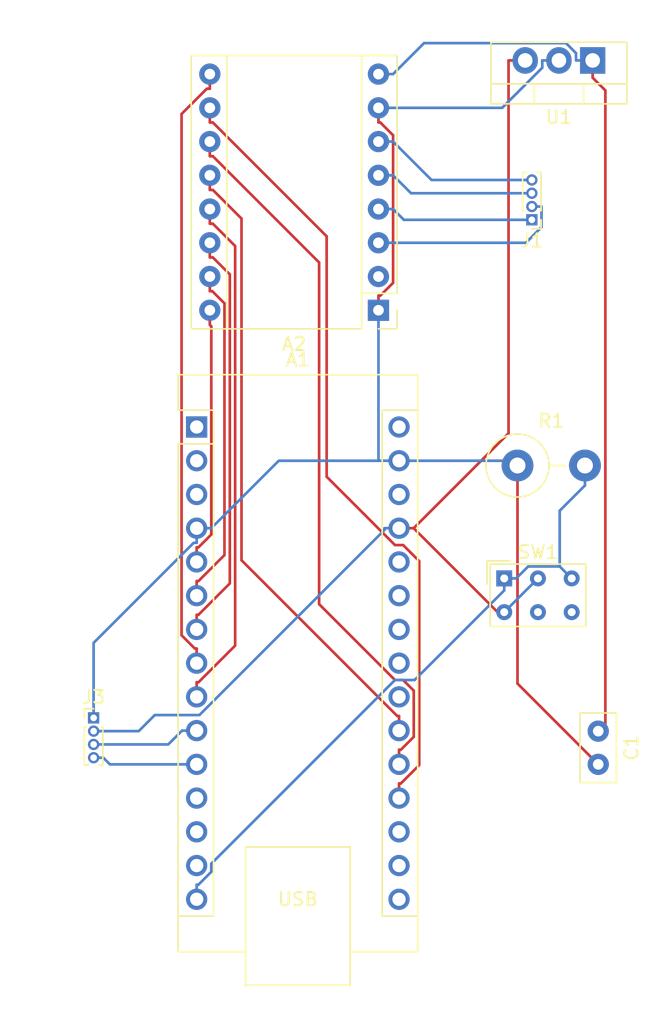
<source format=kicad_pcb>
(kicad_pcb (version 20240108) (generator "pcbnew") (generator_version "8.0")
  (layers (0 "F.Cu" signal) (31 "B.Cu" signal) (34 "B.Paste" user) (35 "F.Paste" user) (36 "B.SilkS" user "B.Silkscreen") (37 "F.SilkS" user "F.Silkscreen") (38 "B.Mask" user) (39 "F.Mask" user) (44 "Edge.Cuts" user))
  (net 0 "")
  (net 3 "M1")
  (net 4 "OUTPUT A")
  (net 5 "M2")
  (net 7 "SDA")
  (net 8 "RUN")
  (net 9 "GND")
  (net 10 "STEP")
  (net 11 "M0")
  (net 12 "OUTPUT B")
  (net 14 "LS HEAD")
  (net 18 "SCL")
  (net 19 "DIR")
  (net 20 "!RST")
  (net 23 "+5V")
  (net 24 "!SLP")
  (net 25 "LS TAIL")
  (net 26 "!EN")
  (net 27 "ENCODER_SWITCH")
  (net 30 "Net-(A2-A1)")
  (net 32 "Net-(A2-B2)")
  (net 33 "Net-(A2-A2)")
  (net 34 "+12V")
  (net 35 "Net-(A2-B1)")
  (footprint "Module:Pololu_Breakout-16_15.2x20.3mm" (layer "F.Cu") (at 152.95 78.31 180)
    (property "Reference" "A2" (at 6.35 -2.54 0) (layer "F.SilkS"))
    (property "Value" "Pololu_Breakout_DRV8825")
    (fp_line (start 14.1 19.18) (end 14.1 -1.4) (stroke (width 0.12)) (layer "F.SilkS"))
    (fp_line (start 14.1 -1.4) (end 1.27 -1.4) (stroke (width 0.12)) (layer "F.SilkS"))
    (fp_line (start 11.43 -1.4) (end 11.43 19.18) (stroke (width 0.12)) (layer "F.SilkS"))
    (fp_line (start 1.27 1.27) (end 1.27 19.18) (stroke (width 0.12)) (layer "F.SilkS"))
    (fp_line (start 1.27 1.27) (end -1.4 1.27) (stroke (width 0.12)) (layer "F.SilkS"))
    (fp_line (start 1.27 -1.4) (end 1.27 1.27) (stroke (width 0.12)) (layer "F.SilkS"))
    (fp_line (start 0 -1.4) (end -1.4 -1.4) (stroke (width 0.12)) (layer "F.SilkS"))
    (fp_line (start -1.4 19.18) (end 14.1 19.18) (stroke (width 0.12)) (layer "F.SilkS"))
    (fp_line (start -1.4 1.27) (end -1.4 19.18) (stroke (width 0.12)) (layer "F.SilkS"))
    (fp_line (start -1.4 -1.4) (end -1.4 0) (stroke (width 0.12)) (layer "F.SilkS"))
    (pad "1" thru_hole rect (at 0 0 180) (size 1.6 1.6) (drill 0.8) (layers "*.Cu" "*.Mask") (net 9 "GND"))
    (pad "2" thru_hole oval (at 0 2.54 180) (size 1.6 1.6) (drill 0.8) (layers "*.Cu" "*.Mask"))
    (pad "3" thru_hole oval (at 0 5.08 180) (size 1.6 1.6) (drill 0.8) (layers "*.Cu" "*.Mask") (net 33 "Net-(A2-A2)"))
    (pad "4" thru_hole oval (at 0 7.62 180) (size 1.6 1.6) (drill 0.8) (layers "*.Cu" "*.Mask") (net 30 "Net-(A2-A1)"))
    (pad "5" thru_hole oval (at 0 10.16 180) (size 1.6 1.6) (drill 0.8) (layers "*.Cu" "*.Mask") (net 35 "Net-(A2-B1)"))
    (pad "6" thru_hole oval (at 0 12.7 180) (size 1.6 1.6) (drill 0.8) (layers "*.Cu" "*.Mask") (net 32 "Net-(A2-B2)"))
    (pad "7" thru_hole oval (at 0 15.24 180) (size 1.6 1.6) (drill 0.8) (layers "*.Cu" "*.Mask") (net 9 "GND"))
    (pad "8" thru_hole oval (at 0 17.78 180) (size 1.6 1.6) (drill 0.8) (layers "*.Cu" "*.Mask") (net 34 "+12V"))
    (pad "9" thru_hole oval (at 12.7 17.78 180) (size 1.6 1.6) (drill 0.8) (layers "*.Cu" "*.Mask") (net 26 "!EN"))
    (pad "10" thru_hole oval (at 12.7 15.24 180) (size 1.6 1.6) (drill 0.8) (layers "*.Cu" "*.Mask") (net 11 "M0"))
    (pad "11" thru_hole oval (at 12.7 12.7 180) (size 1.6 1.6) (drill 0.8) (layers "*.Cu" "*.Mask") (net 3 "M1"))
    (pad "12" thru_hole oval (at 12.7 10.16 180) (size 1.6 1.6) (drill 0.8) (layers "*.Cu" "*.Mask") (net 5 "M2"))
    (pad "13" thru_hole oval (at 12.7 7.62 180) (size 1.6 1.6) (drill 0.8) (layers "*.Cu" "*.Mask") (net 20 "!RST"))
    (pad "14" thru_hole oval (at 12.7 5.08 180) (size 1.6 1.6) (drill 0.8) (layers "*.Cu" "*.Mask") (net 24 "!SLP"))
    (pad "15" thru_hole oval (at 12.7 2.54 180) (size 1.6 1.6) (drill 0.8) (layers "*.Cu" "*.Mask") (net 10 "STEP"))
    (pad "16" thru_hole oval (at 12.7 0 180) (size 1.6 1.6) (drill 0.8) (layers "*.Cu" "*.Mask") (net 19 "DIR"))
  )
  (footprint "Connector_PinHeader_1.00mm:PinHeader_1x04_P1.00mm_Vertical" (layer "F.Cu") (at 131.5 109)
    (property "Reference" "J3" (at 0 -1.56 0) (layer "F.SilkS"))
    (property "Value" "I2C socket")
    (fp_line (start -0.695 -0.685) (end 0 -0.685) (stroke (width 0.12)) (layer "F.SilkS"))
    (fp_line (start -0.695 0) (end -0.695 -0.685) (stroke (width 0.12)) (layer "F.SilkS"))
    (fp_line (start -0.695 0.685) (end -0.695 3.56) (stroke (width 0.12)) (layer "F.SilkS"))
    (fp_line (start -0.695 0.685) (end -0.608276 0.685) (stroke (width 0.12)) (layer "F.SilkS"))
    (fp_line (start -0.695 3.56) (end -0.394493 3.56) (stroke (width 0.12)) (layer "F.SilkS"))
    (fp_line (start 0.394493 3.56) (end 0.695 3.56) (stroke (width 0.12)) (layer "F.SilkS"))
    (fp_line (start 0.608276 0.685) (end 0.695 0.685) (stroke (width 0.12)) (layer "F.SilkS"))
    (fp_line (start 0.695 0.685) (end 0.695 3.56) (stroke (width 0.12)) (layer "F.SilkS"))
    (pad "1" thru_hole rect (at 0 0) (size 0.85 0.85) (drill 0.5) (layers "*.Cu" "*.Mask") (net 9 "GND"))
    (pad "2" thru_hole oval (at 0 1) (size 0.85 0.85) (drill 0.5) (layers "*.Cu" "*.Mask") (net 23 "+5V"))
    (pad "3" thru_hole oval (at 0 2) (size 0.85 0.85) (drill 0.5) (layers "*.Cu" "*.Mask") (net 7 "SDA"))
    (pad "4" thru_hole oval (at 0 3) (size 0.85 0.85) (drill 0.5) (layers "*.Cu" "*.Mask") (net 18 "SCL"))
  )
  (footprint "Resistor_THT:R_Axial_DIN0414_L11.9mm_D4.5mm_P5.08mm_Vertical" (layer "F.Cu") (at 163.42 90)
    (property "Reference" "R1" (at 2.54 -3.37 0) (layer "F.SilkS"))
    (property "Value" "10 k")
    (fp_line (start 2.37 0) (end 3.58 0) (stroke (width 0.12)) (layer "F.SilkS"))
    (fp_circle (center 0 0) (end 2.37 0) (stroke (width 0.12)) (fill none) (layer "F.SilkS"))
    (pad "1" thru_hole circle (at 0 0) (size 2.4 2.4) (drill 1.2) (layers "*.Cu" "*.Mask") (net 9 "GND"))
    (pad "2" thru_hole oval (at 5.08 0) (size 2.4 2.4) (drill 1.2) (layers "*.Cu" "*.Mask") (net 8 "RUN"))
  )
  (footprint "Connector_PinHeader_1.00mm:PinHeader_1x04_P1.00mm_Vertical" (layer "F.Cu") (at 164.5 71.5 180)
    (property "Reference" "J1" (at 0 -1.56 0) (layer "F.SilkS"))
    (property "Value" "Conn_01x04_Socket")
    (fp_line (start 0.695 0.685) (end 0.695 3.56) (stroke (width 0.12)) (layer "F.SilkS"))
    (fp_line (start 0.608276 0.685) (end 0.695 0.685) (stroke (width 0.12)) (layer "F.SilkS"))
    (fp_line (start 0.394493 3.56) (end 0.695 3.56) (stroke (width 0.12)) (layer "F.SilkS"))
    (fp_line (start -0.695 3.56) (end -0.394493 3.56) (stroke (width 0.12)) (layer "F.SilkS"))
    (fp_line (start -0.695 0.685) (end -0.608276 0.685) (stroke (width 0.12)) (layer "F.SilkS"))
    (fp_line (start -0.695 0.685) (end -0.695 3.56) (stroke (width 0.12)) (layer "F.SilkS"))
    (fp_line (start -0.695 0) (end -0.695 -0.685) (stroke (width 0.12)) (layer "F.SilkS"))
    (fp_line (start -0.695 -0.685) (end 0 -0.685) (stroke (width 0.12)) (layer "F.SilkS"))
    (pad "1" thru_hole rect (at 0 0 180) (size 0.85 0.85) (drill 0.5) (layers "*.Cu" "*.Mask") (net 30 "Net-(A2-A1)"))
    (pad "2" thru_hole oval (at 0 1 180) (size 0.85 0.85) (drill 0.5) (layers "*.Cu" "*.Mask") (net 33 "Net-(A2-A2)"))
    (pad "3" thru_hole oval (at 0 2 180) (size 0.85 0.85) (drill 0.5) (layers "*.Cu" "*.Mask") (net 35 "Net-(A2-B1)"))
    (pad "4" thru_hole oval (at 0 3 180) (size 0.85 0.85) (drill 0.5) (layers "*.Cu" "*.Mask") (net 32 "Net-(A2-B2)"))
  )
  (footprint "Button_Switch_THT:SW_NKK_GW12LJP" (layer "F.Cu") (at 162.42 98.5)
    (property "Reference" "SW1" (at 2.54 -1.98 0) (layer "F.SilkS"))
    (property "Value" "SW_Push_Dual")
    (fp_line (start -1.3 -1.32) (end 0.44 -1.32) (stroke (width 0.12)) (layer "F.SilkS"))
    (fp_line (start -1.3 0.42) (end -1.3 -1.32) (stroke (width 0.12)) (layer "F.SilkS"))
    (fp_line (start -1.06 -1.08) (end -1.06 3.62) (stroke (width 0.12)) (layer "F.SilkS"))
    (fp_line (start -1.06 3.62) (end 6.14 3.62) (stroke (width 0.12)) (layer "F.SilkS"))
    (fp_line (start 6.14 -1.08) (end -1.06 -1.08) (stroke (width 0.12)) (layer "F.SilkS"))
    (fp_line (start 6.14 3.62) (end 6.14 -1.08) (stroke (width 0.12)) (layer "F.SilkS"))
    (pad "1" thru_hole rect (at 0 0) (size 1.2 1.2) (drill 0.6) (layers "*.Cu" "*.Mask") (net 8 "RUN"))
    (pad "2" thru_hole circle (at 2.54 0) (size 1.2 1.2) (drill 0.6) (layers "*.Cu" "*.Mask") (net 23 "+5V"))
    (pad "3" thru_hole circle (at 5.08 0) (size 1.2 1.2) (drill 0.6) (layers "*.Cu" "*.Mask") (net 8 "RUN"))
    (pad "4" thru_hole circle (at 0 2.54) (size 1.2 1.2) (drill 0.6) (layers "*.Cu" "*.Mask") (net 23 "+5V"))
    (pad "5" thru_hole circle (at 2.54 2.54) (size 1.2 1.2) (drill 0.6) (layers "*.Cu" "*.Mask"))
    (pad "6" thru_hole circle (at 5.08 2.54) (size 1.2 1.2) (drill 0.6) (layers "*.Cu" "*.Mask"))
  )
  (footprint "Package_TO_SOT_THT:TO-220-3_Vertical" (layer "F.Cu") (at 169.08 59.5 180)
    (property "Reference" "U1" (at 2.54 -4.27 0) (layer "F.SilkS"))
    (property "Value" "LM7805_TO220")
    (fp_line (start 7.66 -3.27) (end 7.66 1.371) (stroke (width 0.12)) (layer "F.SilkS"))
    (fp_line (start 4.391 -3.27) (end 4.391 -1.76) (stroke (width 0.12)) (layer "F.SilkS"))
    (fp_line (start 0.69 -3.27) (end 0.69 -1.76) (stroke (width 0.12)) (layer "F.SilkS"))
    (fp_line (start -2.58 1.371) (end 7.66 1.371) (stroke (width 0.12)) (layer "F.SilkS"))
    (fp_line (start -2.58 -1.76) (end 7.66 -1.76) (stroke (width 0.12)) (layer "F.SilkS"))
    (fp_line (start -2.58 -3.27) (end 7.66 -3.27) (stroke (width 0.12)) (layer "F.SilkS"))
    (fp_line (start -2.58 -3.27) (end -2.58 1.371) (stroke (width 0.12)) (layer "F.SilkS"))
    (pad "1" thru_hole rect (at 0 0 180) (size 1.905 2) (drill 1.1) (layers "*.Cu" "*.Mask") (net 34 "+12V"))
    (pad "2" thru_hole oval (at 2.54 0 180) (size 1.905 2) (drill 1.1) (layers "*.Cu" "*.Mask") (net 9 "GND"))
    (pad "3" thru_hole oval (at 5.08 0 180) (size 1.905 2) (drill 1.1) (layers "*.Cu" "*.Mask") (net 23 "+5V"))
  )
  (footprint "Capacitor_THT:C_Disc_D5.0mm_W2.5mm_P2.50mm" (layer "F.Cu") (at 169.5 110 -90)
    (property "Reference" "C1" (at 1.25 -2.5 90) (layer "F.SilkS"))
    (property "Value" "0.33 uF")
    (fp_line (start -1.37 1.37) (end 3.87 1.37) (stroke (width 0.12)) (layer "F.SilkS"))
    (fp_line (start -1.37 -1.37) (end -1.37 1.37) (stroke (width 0.12)) (layer "F.SilkS"))
    (fp_line (start -1.37 -1.37) (end 3.87 -1.37) (stroke (width 0.12)) (layer "F.SilkS"))
    (fp_line (start 3.87 -1.37) (end 3.87 1.37) (stroke (width 0.12)) (layer "F.SilkS"))
    (pad "1" thru_hole circle (at 0 0 270) (size 1.6 1.6) (drill 0.8) (layers "*.Cu" "*.Mask") (net 34 "+12V"))
    (pad "2" thru_hole circle (at 2.5 0 270) (size 1.6 1.6) (drill 0.8) (layers "*.Cu" "*.Mask") (net 9 "GND"))
  )
  (footprint "Module:Arduino_Nano" (layer "F.Cu") (at 139.26 87.1)
    (property "Reference" "A1" (at 7.62 -5.08 0) (layer "F.SilkS"))
    (property "Value" "Arduino_Nano_v3.x")
    (fp_line (start -1.4 -3.94) (end -1.4 -1.27) (stroke (width 0.12)) (layer "F.SilkS"))
    (fp_line (start -1.4 1.27) (end -1.4 39.5) (stroke (width 0.12)) (layer "F.SilkS"))
    (fp_line (start -1.4 39.5) (end 3.68 39.5) (stroke (width 0.12)) (layer "F.SilkS"))
    (fp_line (start 1.27 -1.27) (end -1.4 -1.27) (stroke (width 0.12)) (layer "F.SilkS"))
    (fp_line (start 1.27 1.27) (end -1.4 1.27) (stroke (width 0.12)) (layer "F.SilkS"))
    (fp_line (start 1.27 1.27) (end 1.27 -1.27) (stroke (width 0.12)) (layer "F.SilkS"))
    (fp_line (start 1.27 1.27) (end 1.27 36.83) (stroke (width 0.12)) (layer "F.SilkS"))
    (fp_line (start 1.27 36.83) (end -1.4 36.83) (stroke (width 0.12)) (layer "F.SilkS"))
    (fp_line (start 3.68 31.62) (end 11.56 31.62) (stroke (width 0.12)) (layer "F.SilkS"))
    (fp_line (start 3.68 42.04) (end 3.68 31.62) (stroke (width 0.12)) (layer "F.SilkS"))
    (fp_line (start 11.56 31.62) (end 11.56 42.04) (stroke (width 0.12)) (layer "F.SilkS"))
    (fp_line (start 11.56 42.04) (end 3.68 42.04) (stroke (width 0.12)) (layer "F.SilkS"))
    (fp_line (start 13.97 -1.27) (end 13.97 36.83) (stroke (width 0.12)) (layer "F.SilkS"))
    (fp_line (start 13.97 -1.27) (end 16.64 -1.27) (stroke (width 0.12)) (layer "F.SilkS"))
    (fp_line (start 13.97 36.83) (end 16.64 36.83) (stroke (width 0.12)) (layer "F.SilkS"))
    (fp_line (start 16.64 -3.94) (end -1.4 -3.94) (stroke (width 0.12)) (layer "F.SilkS"))
    (fp_line (start 16.64 39.5) (end 11.56 39.5) (stroke (width 0.12)) (layer "F.SilkS"))
    (fp_line (start 16.64 39.5) (end 16.64 -3.94) (stroke (width 0.12)) (layer "F.SilkS"))
    (fp_text user "USB" (at 7.62 35.56 0) (layer "F.SilkS"))
    (pad "1" thru_hole rect (at 0 0) (size 1.6 1.6) (drill 1) (layers "*.Cu" "*.Mask"))
    (pad "2" thru_hole oval (at 0 2.54) (size 1.6 1.6) (drill 1) (layers "*.Cu" "*.Mask"))
    (pad "3" thru_hole oval (at 0 5.08) (size 1.6 1.6) (drill 1) (layers "*.Cu" "*.Mask"))
    (pad "4" thru_hole oval (at 0 7.62) (size 1.6 1.6) (drill 1) (layers "*.Cu" "*.Mask") (net 9 "GND"))
    (pad "5" thru_hole oval (at 0 10.16) (size 1.6 1.6) (drill 1) (layers "*.Cu" "*.Mask") (net 19 "DIR"))
    (pad "6" thru_hole oval (at 0 12.7) (size 1.6 1.6) (drill 1) (layers "*.Cu" "*.Mask") (net 10 "STEP"))
    (pad "7" thru_hole oval (at 0 15.24) (size 1.6 1.6) (drill 1) (layers "*.Cu" "*.Mask") (net 24 "!SLP"))
    (pad "8" thru_hole oval (at 0 17.78) (size 1.6 1.6) (drill 1) (layers "*.Cu" "*.Mask") (net 26 "!EN"))
    (pad "9" thru_hole oval (at 0 20.32) (size 1.6 1.6) (drill 1) (layers "*.Cu" "*.Mask") (net 20 "!RST"))
    (pad "10" thru_hole oval (at 0 22.86) (size 1.6 1.6) (drill 1) (layers "*.Cu" "*.Mask") (net 7 "SDA"))
    (pad "11" thru_hole oval (at 0 25.4) (size 1.6 1.6) (drill 1) (layers "*.Cu" "*.Mask") (net 18 "SCL"))
    (pad "12" thru_hole oval (at 0 27.94) (size 1.6 1.6) (drill 1) (layers "*.Cu" "*.Mask") (net 14 "LS HEAD"))
    (pad "13" thru_hole oval (at 0 30.48) (size 1.6 1.6) (drill 1) (layers "*.Cu" "*.Mask") (net 25 "LS TAIL"))
    (pad "14" thru_hole oval (at 0 33.02) (size 1.6 1.6) (drill 1) (layers "*.Cu" "*.Mask") (net 27 "ENCODER_SWITCH"))
    (pad "15" thru_hole oval (at 0 35.56) (size 1.6 1.6) (drill 1) (layers "*.Cu" "*.Mask") (net 8 "RUN"))
    (pad "16" thru_hole oval (at 15.24 35.56) (size 1.6 1.6) (drill 1) (layers "*.Cu" "*.Mask"))
    (pad "17" thru_hole oval (at 15.24 33.02) (size 1.6 1.6) (drill 1) (layers "*.Cu" "*.Mask"))
    (pad "18" thru_hole oval (at 15.24 30.48) (size 1.6 1.6) (drill 1) (layers "*.Cu" "*.Mask"))
    (pad "19" thru_hole oval (at 15.24 27.94) (size 1.6 1.6) (drill 1) (layers "*.Cu" "*.Mask") (net 11 "M0"))
    (pad "20" thru_hole oval (at 15.24 25.4) (size 1.6 1.6) (drill 1) (layers "*.Cu" "*.Mask") (net 3 "M1"))
    (pad "21" thru_hole oval (at 15.24 22.86) (size 1.6 1.6) (drill 1) (layers "*.Cu" "*.Mask") (net 5 "M2"))
    (pad "22" thru_hole oval (at 15.24 20.32) (size 1.6 1.6) (drill 1) (layers "*.Cu" "*.Mask") (net 4 "OUTPUT A"))
    (pad "23" thru_hole oval (at 15.24 17.78) (size 1.6 1.6) (drill 1) (layers "*.Cu" "*.Mask") (net 12 "OUTPUT B"))
    (pad "24" thru_hole oval (at 15.24 15.24) (size 1.6 1.6) (drill 1) (layers "*.Cu" "*.Mask"))
    (pad "25" thru_hole oval (at 15.24 12.7) (size 1.6 1.6) (drill 1) (layers "*.Cu" "*.Mask"))
    (pad "26" thru_hole oval (at 15.24 10.16) (size 1.6 1.6) (drill 1) (layers "*.Cu" "*.Mask"))
    (pad "27" thru_hole oval (at 15.24 7.62) (size 1.6 1.6) (drill 1) (layers "*.Cu" "*.Mask") (net 23 "+5V"))
    (pad "28" thru_hole oval (at 15.24 5.08) (size 1.6 1.6) (drill 1) (layers "*.Cu" "*.Mask"))
    (pad "29" thru_hole oval (at 15.24 2.54) (size 1.6 1.6) (drill 1) (layers "*.Cu" "*.Mask") (net 9 "GND"))
    (pad "30" thru_hole oval (at 15.24 0) (size 1.6 1.6) (drill 1) (layers "*.Cu" "*.Mask"))
  )
  (segment (start 155.608 106.95) (end 155.608 110.428) (width 0.2) (layer "F.Cu") (net 3))
  (segment (start 140.25 66.7117) (end 140.478 66.7117) (width 0.2) (layer "F.Cu") (net 3))
  (segment (start 154.192 106.15) (end 154.808 106.15) (width 0.2) (layer "F.Cu") (net 3))
  (segment (start 148.481 74.7144) (end 148.481 100.439) (width 0.2) (layer "F.Cu") (net 3))
  (segment (start 155.608 110.428) (end 154.638 111.398) (width 0.2) (layer "F.Cu") (net 3))
  (segment (start 154.5 111.398) (end 154.5 112.5) (width 0.2) (layer "F.Cu") (net 3))
  (segment (start 154.638 111.398) (end 154.5 111.398) (width 0.2) (layer "F.Cu") (net 3))
  (segment (start 140.25 65.61) (end 140.25 66.7117) (width 0.2) (layer "F.Cu") (net 3))
  (segment (start 140.478 66.7117) (end 148.481 74.7144) (width 0.2) (layer "F.Cu") (net 3))
  (segment (start 148.481 100.439) (end 154.192 106.15) (width 0.2) (layer "F.Cu") (net 3))
  (segment (start 154.808 106.15) (end 155.608 106.95) (width 0.2) (layer "F.Cu") (net 3))
  (segment (start 140.25 68.15) (end 140.25 69.2517) (width 0.2) (layer "F.Cu") (net 5))
  (segment (start 154.362 108.858) (end 154.5 108.858) (width 0.2) (layer "F.Cu") (net 5))
  (segment (start 142.636 71.4092) (end 142.636 97.1318) (width 0.2) (layer "F.Cu") (net 5))
  (segment (start 140.478 69.2517) (end 142.636 71.4092) (width 0.2) (layer "F.Cu") (net 5))
  (segment (start 154.5 108.858) (end 154.5 109.96) (width 0.2) (layer "F.Cu") (net 5))
  (segment (start 140.25 69.2517) (end 140.478 69.2517) (width 0.2) (layer "F.Cu") (net 5))
  (segment (start 142.636 97.1318) (end 154.362 108.858) (width 0.2) (layer "F.Cu") (net 5))
  (segment (start 138.158 109.96) (end 137.118 111) (width 0.2) (layer "B.Cu") (net 7))
  (segment (start 137.118 111) (end 131.5 111) (width 0.2) (layer "B.Cu") (net 7))
  (segment (start 139.26 109.96) (end 138.158 109.96) (width 0.2) (layer "B.Cu") (net 7))
  (segment (start 154.191 106.15) (end 140.362 119.98) (width 0.2) (layer "B.Cu") (net 8))
  (segment (start 139.26 121.558) (end 139.26 122.66) (width 0.2) (layer "B.Cu") (net 8))
  (segment (start 155.672 106.15) (end 154.191 106.15) (width 0.2) (layer "B.Cu") (net 8))
  (segment (start 139.398 121.558) (end 139.26 121.558) (width 0.2) (layer "B.Cu") (net 8))
  (segment (start 168.5 90) (end 168.5 91.5017) (width 0.2) (layer "B.Cu") (net 8))
  (segment (start 140.362 120.594) (end 139.398 121.558) (width 0.2) (layer "B.Cu") (net 8))
  (segment (start 164.223 97.5983) (end 163.322 98.5) (width 0.2) (layer "B.Cu") (net 8))
  (segment (start 168.5 91.5017) (end 166.598 93.4034) (width 0.2) (layer "B.Cu") (net 8))
  (segment (start 167.5 98.5) (end 166.598 97.5983) (width 0.2) (layer "B.Cu") (net 8))
  (segment (start 166.598 93.4034) (end 166.598 97.5983) (width 0.2) (layer "B.Cu") (net 8))
  (segment (start 162.42 99.4017) (end 155.672 106.15) (width 0.2) (layer "B.Cu") (net 8))
  (segment (start 163.322 98.5) (end 162.42 98.5) (width 0.2) (layer "B.Cu") (net 8))
  (segment (start 166.598 97.5983) (end 164.223 97.5983) (width 0.2) (layer "B.Cu") (net 8))
  (segment (start 162.42 98.5) (end 162.42 99.4017) (width 0.2) (layer "B.Cu") (net 8))
  (segment (start 140.362 119.98) (end 140.362 120.594) (width 0.2) (layer "B.Cu") (net 8))
  (segment (start 169.5 112.5) (end 163.42 106.42) (width 0.2) (layer "F.Cu") (net 9))
  (segment (start 152.95 77.2083) (end 153.088 77.2083) (width 0.2) (layer "F.Cu") (net 9))
  (segment (start 154.052 76.2444) (end 154.052 65.1357) (width 0.2) (layer "F.Cu") (net 9))
  (segment (start 152.95 64.1717) (end 152.95 63.07) (width 0.2) (layer "F.Cu") (net 9))
  (segment (start 152.95 78.31) (end 152.95 77.2083) (width 0.2) (layer "F.Cu") (net 9))
  (segment (start 153.088 77.2083) (end 154.052 76.2444) (width 0.2) (layer "F.Cu") (net 9))
  (segment (start 163.42 106.42) (end 163.42 90) (width 0.2) (layer "F.Cu") (net 9))
  (segment (start 153.088 64.1717) (end 152.95 64.1717) (width 0.2) (layer "F.Cu") (net 9))
  (segment (start 154.052 65.1357) (end 153.088 64.1717) (width 0.2) (layer "F.Cu") (net 9))
  (segment (start 162.264 63.07) (end 152.95 63.07) (width 0.2) (layer "B.Cu") (net 9))
  (segment (start 165.286 60.0487) (end 162.264 63.07) (width 0.2) (layer "B.Cu") (net 9))
  (segment (start 152.95 89.64) (end 152.95 78.31) (width 0.2) (layer "B.Cu") (net 9))
  (segment (start 152.95 89.64) (end 154.5 89.64) (width 0.2) (layer "B.Cu") (net 9))
  (segment (start 166.54 59.5) (end 165.286 59.5) (width 0.2) (layer "B.Cu") (net 9))
  (segment (start 139.26 95.8217) (end 139.032 95.8217) (width 0.2) (layer "B.Cu") (net 9))
  (segment (start 154.5 89.64) (end 163.06 89.64) (width 0.2) (layer "B.Cu") (net 9))
  (segment (start 139.26 94.72) (end 139.26 95.8217) (width 0.2) (layer "B.Cu") (net 9))
  (segment (start 139.032 95.8217) (end 131.5 103.353) (width 0.2) (layer "B.Cu") (net 9))
  (segment (start 140.362 94.72) (end 145.442 89.64) (width 0.2) (layer "B.Cu") (net 9))
  (segment (start 163.06 89.64) (end 163.42 90) (width 0.2) (layer "B.Cu") (net 9))
  (segment (start 145.442 89.64) (end 152.95 89.64) (width 0.2) (layer "B.Cu") (net 9))
  (segment (start 165.286 59.5) (end 165.286 60.0487) (width 0.2) (layer "B.Cu") (net 9))
  (segment (start 131.5 103.353) (end 131.5 109) (width 0.2) (layer "B.Cu") (net 9))
  (segment (start 139.26 94.72) (end 140.362 94.72) (width 0.2) (layer "B.Cu") (net 9))
  (segment (start 139.26 98.6983) (end 139.26 99.8) (width 0.2) (layer "F.Cu") (net 10))
  (segment (start 141.353 77.7908) (end 141.353 96.7432) (width 0.2) (layer "F.Cu") (net 10))
  (segment (start 140.25 75.77) (end 140.25 76.8717) (width 0.2) (layer "F.Cu") (net 10))
  (segment (start 140.25 76.8717) (end 140.434 76.8717) (width 0.2) (layer "F.Cu") (net 10))
  (segment (start 141.353 96.7432) (end 139.398 98.6983) (width 0.2) (layer "F.Cu") (net 10))
  (segment (start 139.398 98.6983) (end 139.26 98.6983) (width 0.2) (layer "F.Cu") (net 10))
  (segment (start 140.434 76.8717) (end 141.353 77.7908) (width 0.2) (layer "F.Cu") (net 10))
  (segment (start 156.02 97.1993) (end 156.02 112.556) (width 0.2) (layer "F.Cu") (net 11))
  (segment (start 140.25 63.07) (end 140.25 64.1717) (width 0.2) (layer "F.Cu") (net 11))
  (segment (start 154.638 113.938) (end 154.5 113.938) (width 0.2) (layer "F.Cu") (net 11))
  (segment (start 154.81 95.99) (end 156.02 97.1993) (width 0.2) (layer "F.Cu") (net 11))
  (segment (start 140.25 64.1717) (end 140.478 64.1717) (width 0.2) (layer "F.Cu") (net 11))
  (segment (start 149.049 90.8458) (end 154.193 95.99) (width 0.2) (layer "F.Cu") (net 11))
  (segment (start 156.02 112.556) (end 154.638 113.938) (width 0.2) (layer "F.Cu") (net 11))
  (segment (start 154.193 95.99) (end 154.81 95.99) (width 0.2) (layer "F.Cu") (net 11))
  (segment (start 149.049 72.7425) (end 149.049 90.8458) (width 0.2) (layer "F.Cu") (net 11))
  (segment (start 154.5 113.938) (end 154.5 115.04) (width 0.2) (layer "F.Cu") (net 11))
  (segment (start 140.478 64.1717) (end 149.049 72.7425) (width 0.2) (layer "F.Cu") (net 11))
  (segment (start 132.727 112.5) (end 139.26 112.5) (width 0.2) (layer "B.Cu") (net 18))
  (segment (start 132.227 112) (end 132.727 112.5) (width 0.2) (layer "B.Cu") (net 18))
  (segment (start 131.5 112) (end 132.227 112) (width 0.2) (layer "B.Cu") (net 18))
  (segment (start 140.362 79.5234) (end 140.362 95.1944) (width 0.2) (layer "F.Cu") (net 19))
  (segment (start 140.362 95.1944) (end 139.398 96.1583) (width 0.2) (layer "F.Cu") (net 19))
  (segment (start 139.398 96.1583) (end 139.26 96.1583) (width 0.2) (layer "F.Cu") (net 19))
  (segment (start 140.25 79.4117) (end 140.362 79.5234) (width 0.2) (layer "F.Cu") (net 19))
  (segment (start 140.25 78.31) (end 140.25 79.4117) (width 0.2) (layer "F.Cu") (net 19))
  (segment (start 139.26 96.1583) (end 139.26 97.26) (width 0.2) (layer "F.Cu") (net 19))
  (segment (start 140.25 70.69) (end 140.25 71.7917) (width 0.2) (layer "F.Cu") (net 20))
  (segment (start 139.398 106.318) (end 139.26 106.318) (width 0.2) (layer "F.Cu") (net 20))
  (segment (start 140.25 71.7917) (end 140.478 71.7917) (width 0.2) (layer "F.Cu") (net 20))
  (segment (start 142.159 73.4727) (end 142.159 103.557) (width 0.2) (layer "F.Cu") (net 20))
  (segment (start 142.159 103.557) (end 139.398 106.318) (width 0.2) (layer "F.Cu") (net 20))
  (segment (start 139.26 106.318) (end 139.26 107.42) (width 0.2) (layer "F.Cu") (net 20))
  (segment (start 140.478 71.7917) (end 142.159 73.4727) (width 0.2) (layer "F.Cu") (net 20))
  (segment (start 164 59.5) (end 162.746 59.5) (width 0.2) (layer "F.Cu") (net 23))
  (segment (start 155.602 94.72) (end 161.922 101.04) (width 0.2) (layer "F.Cu") (net 23))
  (segment (start 154.5 94.72) (end 155.6 94.72) (width 0.2) (layer "F.Cu") (net 23))
  (segment (start 162.746 87.5744) (end 155.6 94.72) (width 0.2) (layer "F.Cu") (net 23))
  (segment (start 161.922 101.04) (end 162.42 101.04) (width 0.2) (layer "F.Cu") (net 23))
  (segment (start 155.6 94.72) (end 155.602 94.72) (width 0.2) (layer "F.Cu") (net 23))
  (segment (start 162.746 59.5) (end 162.746 87.5744) (width 0.2) (layer "F.Cu") (net 23))
  (segment (start 153.398 94.8577) (end 139.467 108.789) (width 0.2) (layer "B.Cu") (net 23))
  (segment (start 139.467 108.789) (end 136.104 108.789) (width 0.2) (layer "B.Cu") (net 23))
  (segment (start 154.5 94.72) (end 153.398 94.72) (width 0.2) (layer "B.Cu") (net 23))
  (segment (start 134.893 110) (end 131.5 110) (width 0.2) (layer "B.Cu") (net 23))
  (segment (start 164.96 98.5) (end 162.42 101.04) (width 0.2) (layer "B.Cu") (net 23))
  (segment (start 136.104 108.789) (end 134.893 110) (width 0.2) (layer "B.Cu") (net 23))
  (segment (start 153.398 94.72) (end 153.398 94.8577) (width 0.2) (layer "B.Cu") (net 23))
  (segment (start 141.756 75.6095) (end 141.756 98.8799) (width 0.2) (layer "F.Cu") (net 24))
  (segment (start 141.756 98.8799) (end 139.398 101.238) (width 0.2) (layer "F.Cu") (net 24))
  (segment (start 140.25 73.23) (end 140.25 74.3317) (width 0.2) (layer "F.Cu") (net 24))
  (segment (start 140.25 74.3317) (end 140.478 74.3317) (width 0.2) (layer "F.Cu") (net 24))
  (segment (start 140.478 74.3317) (end 141.756 75.6095) (width 0.2) (layer "F.Cu") (net 24))
  (segment (start 139.398 101.238) (end 139.26 101.238) (width 0.2) (layer "F.Cu") (net 24))
  (segment (start 139.26 101.238) (end 139.26 102.34) (width 0.2) (layer "F.Cu") (net 24))
  (segment (start 138.124 63.5292) (end 138.124 102.78) (width 0.2) (layer "F.Cu") (net 26))
  (segment (start 139.122 103.778) (end 139.26 103.778) (width 0.2) (layer "F.Cu") (net 26))
  (segment (start 139.26 103.778) (end 139.26 104.88) (width 0.2) (layer "F.Cu") (net 26))
  (segment (start 140.022 61.6317) (end 138.124 63.5292) (width 0.2) (layer "F.Cu") (net 26))
  (segment (start 140.25 60.53) (end 140.25 61.6317) (width 0.2) (layer "F.Cu") (net 26))
  (segment (start 138.124 102.78) (end 139.122 103.778) (width 0.2) (layer "F.Cu") (net 26))
  (segment (start 140.25 61.6317) (end 140.022 61.6317) (width 0.2) (layer "F.Cu") (net 26))
  (segment (start 154.052 70.69) (end 154.862 71.5) (width 0.2) (layer "B.Cu") (net 30))
  (segment (start 154.862 71.5) (end 164.5 71.5) (width 0.2) (layer "B.Cu") (net 30))
  (segment (start 152.95 70.69) (end 154.052 70.69) (width 0.2) (layer "B.Cu") (net 30))
  (segment (start 152.95 65.61) (end 154.052 65.61) (width 0.2) (layer "B.Cu") (net 32))
  (segment (start 156.942 68.5) (end 164.5 68.5) (width 0.2) (layer "B.Cu") (net 32))
  (segment (start 154.052 65.61) (end 156.942 68.5) (width 0.2) (layer "B.Cu") (net 32))
  (segment (start 165.227 72.0537) (end 164.05 73.23) (width 0.2) (layer "B.Cu") (net 33))
  (segment (start 164.05 73.23) (end 152.95 73.23) (width 0.2) (layer "B.Cu") (net 33))
  (segment (start 164.5 70.5) (end 165.227 70.5) (width 0.2) (layer "B.Cu") (net 33))
  (segment (start 165.227 70.5) (end 165.227 72.0537) (width 0.2) (layer "B.Cu") (net 33))
  (segment (start 169.08 59.5) (end 169.08 60.8017) (width 0.2) (layer "F.Cu") (net 34))
  (segment (start 170.036 109.464) (end 169.5 110) (width 0.2) (layer "F.Cu") (net 34))
  (segment (start 170.036 61.7579) (end 170.036 109.464) (width 0.2) (layer "F.Cu") (net 34))
  (segment (start 169.08 60.8017) (end 170.036 61.7579) (width 0.2) (layer "F.Cu") (net 34))
  (segment (start 152.95 60.53) (end 154.052 60.53) (width 0.2) (layer "B.Cu") (net 34))
  (segment (start 156.385 58.1968) (end 167.071 58.1968) (width 0.2) (layer "B.Cu") (net 34))
  (segment (start 154.052 60.53) (end 156.385 58.1968) (width 0.2) (layer "B.Cu") (net 34))
  (segment (start 167.826 59.5) (end 169.08 59.5) (width 0.2) (layer "B.Cu") (net 34))
  (segment (start 167.826 58.9513) (end 167.826 59.5) (width 0.2) (layer "B.Cu") (net 34))
  (segment (start 167.071 58.1968) (end 167.826 58.9513) (width 0.2) (layer "B.Cu") (net 34))
  (segment (start 152.95 68.15) (end 154.052 68.15) (width 0.2) (layer "B.Cu") (net 35))
  (segment (start 155.402 69.5) (end 164.5 69.5) (width 0.2) (layer "B.Cu") (net 35))
  (segment (start 154.052 68.15) (end 155.402 69.5) (width 0.2) (layer "B.Cu") (net 35))
)
</source>
